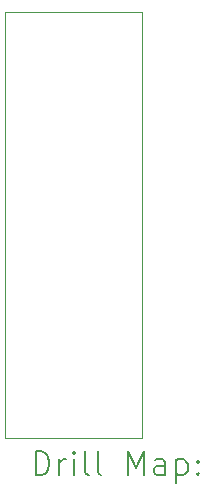
<source format=gbr>
%TF.GenerationSoftware,KiCad,Pcbnew,7.0.9*%
%TF.CreationDate,2024-01-10T19:06:43-08:00*%
%TF.ProjectId,CANswitch,43414e73-7769-4746-9368-2e6b69636164,rev?*%
%TF.SameCoordinates,Original*%
%TF.FileFunction,Drillmap*%
%TF.FilePolarity,Positive*%
%FSLAX45Y45*%
G04 Gerber Fmt 4.5, Leading zero omitted, Abs format (unit mm)*
G04 Created by KiCad (PCBNEW 7.0.9) date 2024-01-10 19:06:43*
%MOMM*%
%LPD*%
G01*
G04 APERTURE LIST*
%ADD10C,0.100000*%
%ADD11C,0.200000*%
G04 APERTURE END LIST*
D10*
X18613120Y-3030220D02*
X19766280Y-3030220D01*
X19766280Y-6637020D01*
X18613120Y-6637020D01*
X18613120Y-3030220D01*
D11*
X18868897Y-6953504D02*
X18868897Y-6753504D01*
X18868897Y-6753504D02*
X18916516Y-6753504D01*
X18916516Y-6753504D02*
X18945087Y-6763028D01*
X18945087Y-6763028D02*
X18964135Y-6782075D01*
X18964135Y-6782075D02*
X18973659Y-6801123D01*
X18973659Y-6801123D02*
X18983183Y-6839218D01*
X18983183Y-6839218D02*
X18983183Y-6867789D01*
X18983183Y-6867789D02*
X18973659Y-6905885D01*
X18973659Y-6905885D02*
X18964135Y-6924932D01*
X18964135Y-6924932D02*
X18945087Y-6943980D01*
X18945087Y-6943980D02*
X18916516Y-6953504D01*
X18916516Y-6953504D02*
X18868897Y-6953504D01*
X19068897Y-6953504D02*
X19068897Y-6820170D01*
X19068897Y-6858266D02*
X19078421Y-6839218D01*
X19078421Y-6839218D02*
X19087944Y-6829694D01*
X19087944Y-6829694D02*
X19106992Y-6820170D01*
X19106992Y-6820170D02*
X19126040Y-6820170D01*
X19192706Y-6953504D02*
X19192706Y-6820170D01*
X19192706Y-6753504D02*
X19183183Y-6763028D01*
X19183183Y-6763028D02*
X19192706Y-6772551D01*
X19192706Y-6772551D02*
X19202230Y-6763028D01*
X19202230Y-6763028D02*
X19192706Y-6753504D01*
X19192706Y-6753504D02*
X19192706Y-6772551D01*
X19316516Y-6953504D02*
X19297468Y-6943980D01*
X19297468Y-6943980D02*
X19287944Y-6924932D01*
X19287944Y-6924932D02*
X19287944Y-6753504D01*
X19421278Y-6953504D02*
X19402230Y-6943980D01*
X19402230Y-6943980D02*
X19392706Y-6924932D01*
X19392706Y-6924932D02*
X19392706Y-6753504D01*
X19649849Y-6953504D02*
X19649849Y-6753504D01*
X19649849Y-6753504D02*
X19716516Y-6896361D01*
X19716516Y-6896361D02*
X19783183Y-6753504D01*
X19783183Y-6753504D02*
X19783183Y-6953504D01*
X19964135Y-6953504D02*
X19964135Y-6848742D01*
X19964135Y-6848742D02*
X19954611Y-6829694D01*
X19954611Y-6829694D02*
X19935564Y-6820170D01*
X19935564Y-6820170D02*
X19897468Y-6820170D01*
X19897468Y-6820170D02*
X19878421Y-6829694D01*
X19964135Y-6943980D02*
X19945087Y-6953504D01*
X19945087Y-6953504D02*
X19897468Y-6953504D01*
X19897468Y-6953504D02*
X19878421Y-6943980D01*
X19878421Y-6943980D02*
X19868897Y-6924932D01*
X19868897Y-6924932D02*
X19868897Y-6905885D01*
X19868897Y-6905885D02*
X19878421Y-6886837D01*
X19878421Y-6886837D02*
X19897468Y-6877313D01*
X19897468Y-6877313D02*
X19945087Y-6877313D01*
X19945087Y-6877313D02*
X19964135Y-6867789D01*
X20059373Y-6820170D02*
X20059373Y-7020170D01*
X20059373Y-6829694D02*
X20078421Y-6820170D01*
X20078421Y-6820170D02*
X20116516Y-6820170D01*
X20116516Y-6820170D02*
X20135564Y-6829694D01*
X20135564Y-6829694D02*
X20145087Y-6839218D01*
X20145087Y-6839218D02*
X20154611Y-6858266D01*
X20154611Y-6858266D02*
X20154611Y-6915408D01*
X20154611Y-6915408D02*
X20145087Y-6934456D01*
X20145087Y-6934456D02*
X20135564Y-6943980D01*
X20135564Y-6943980D02*
X20116516Y-6953504D01*
X20116516Y-6953504D02*
X20078421Y-6953504D01*
X20078421Y-6953504D02*
X20059373Y-6943980D01*
X20240325Y-6934456D02*
X20249849Y-6943980D01*
X20249849Y-6943980D02*
X20240325Y-6953504D01*
X20240325Y-6953504D02*
X20230802Y-6943980D01*
X20230802Y-6943980D02*
X20240325Y-6934456D01*
X20240325Y-6934456D02*
X20240325Y-6953504D01*
X20240325Y-6829694D02*
X20249849Y-6839218D01*
X20249849Y-6839218D02*
X20240325Y-6848742D01*
X20240325Y-6848742D02*
X20230802Y-6839218D01*
X20230802Y-6839218D02*
X20240325Y-6829694D01*
X20240325Y-6829694D02*
X20240325Y-6848742D01*
M02*

</source>
